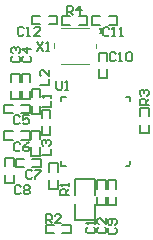
<source format=gto>
%FSLAX24Y24*%
%MOIN*%
G70*
G01*
G75*
G04 Layer_Color=65535*
%ADD10C,0.0080*%
%ADD11R,0.0200X0.0250*%
%ADD12R,0.0250X0.0200*%
%ADD13R,0.0472X0.0433*%
%ADD14R,0.0110X0.0354*%
%ADD15R,0.0354X0.0110*%
%ADD16R,0.0354X0.0110*%
%ADD17R,0.0591X0.0512*%
%ADD18C,0.0100*%
%ADD19C,0.0300*%
%ADD20C,0.0060*%
%ADD21R,0.0510X0.0300*%
%ADD22C,0.0320*%
%ADD23C,0.0050*%
%ADD24C,0.0043*%
D23*
X6580Y4980D02*
X6860Y4980D01*
X6580Y5820D02*
X6860Y5820D01*
X6860Y4980D02*
X6860Y5260D01*
X6580Y4980D02*
X6580Y5260D01*
X6580Y5540D02*
X6580Y5820D01*
X6860Y5540D02*
X6860Y5820D01*
X6230Y4980D02*
X6510Y4980D01*
X6230Y5820D02*
X6510Y5820D01*
X6510Y4980D02*
X6510Y5260D01*
X6230Y4980D02*
X6230Y5260D01*
X6230Y5540D02*
X6230Y5820D01*
X6510Y5540D02*
X6510Y5820D01*
X6280Y9230D02*
X6560Y9230D01*
X6280Y10070D02*
X6560Y10070D01*
X6560Y9230D02*
X6560Y9510D01*
X6280Y9230D02*
X6280Y9510D01*
X6280Y9790D02*
X6280Y10070D01*
X6560Y9790D02*
X6560Y10070D01*
X6050Y11000D02*
X6050Y11280D01*
X6890Y11000D02*
X6890Y11280D01*
X6050Y11000D02*
X6330Y11000D01*
X6050Y11280D02*
X6330Y11280D01*
X6610Y11280D02*
X6890Y11280D01*
X6610Y11000D02*
X6890Y11000D01*
X4890Y11010D02*
X4890Y11290D01*
X4050Y11010D02*
X4050Y11290D01*
X4610Y11290D02*
X4890Y11290D01*
X4610Y11010D02*
X4890Y11010D01*
X4050Y11010D02*
X4330Y11010D01*
X4050Y11290D02*
X4330Y11290D01*
X4500Y4050D02*
X4500Y4330D01*
X5340Y4050D02*
X5340Y4330D01*
X4500Y4050D02*
X4780Y4050D01*
X4500Y4330D02*
X4780Y4330D01*
X5060Y4330D02*
X5340Y4330D01*
X5060Y4050D02*
X5340Y4050D01*
X4630Y6380D02*
X4910Y6380D01*
X4630Y5540D02*
X4910Y5540D01*
X4630Y6100D02*
X4630Y6380D01*
X4910Y6100D02*
X4910Y6380D01*
X4910Y5540D02*
X4910Y5820D01*
X4630Y5540D02*
X4630Y5820D01*
X4340Y6260D02*
X4340Y6540D01*
X3500Y6260D02*
X3500Y6540D01*
X4060Y6540D02*
X4340Y6540D01*
X4060Y6260D02*
X4340Y6260D01*
X3500Y6260D02*
X3780Y6260D01*
X3500Y6540D02*
X3780Y6540D01*
X3160Y6560D02*
X3440Y6560D01*
X3160Y5720D02*
X3440Y5720D01*
X3160Y6280D02*
X3160Y6560D01*
X3440Y6280D02*
X3440Y6560D01*
X3440Y5720D02*
X3440Y6000D01*
X3160Y5720D02*
X3160Y6000D01*
X4030Y6630D02*
X4310Y6630D01*
X4030Y7470D02*
X4310Y7470D01*
X4310Y6630D02*
X4310Y6910D01*
X4030Y6630D02*
X4030Y6910D01*
X4030Y7190D02*
X4030Y7470D01*
X4310Y7190D02*
X4310Y7470D01*
X3700Y8520D02*
X3980Y8520D01*
X3700Y9360D02*
X3980Y9360D01*
X3980Y8520D02*
X3980Y8800D01*
X3700Y8520D02*
X3700Y8800D01*
X3700Y9080D02*
X3700Y9360D01*
X3980Y9080D02*
X3980Y9360D01*
X3360Y8520D02*
X3640Y8520D01*
X3360Y9360D02*
X3640Y9360D01*
X3640Y8520D02*
X3640Y8800D01*
X3360Y8520D02*
X3360Y8800D01*
X3360Y9080D02*
X3360Y9360D01*
X3640Y9080D02*
X3640Y9360D01*
X4040Y8860D02*
X4320Y8860D01*
X4040Y8020D02*
X4320Y8020D01*
X4040Y8580D02*
X4040Y8860D01*
X4320Y8580D02*
X4320Y8860D01*
X4320Y8020D02*
X4320Y8300D01*
X4040Y8020D02*
X4040Y8300D01*
X3130Y7170D02*
X3130Y7450D01*
X3970Y7170D02*
X3970Y7450D01*
X3130Y7170D02*
X3410Y7170D01*
X3130Y7450D02*
X3410Y7450D01*
X3690Y7450D02*
X3970Y7450D01*
X3690Y7170D02*
X3970Y7170D01*
X3970Y8050D02*
X3970Y8330D01*
X3130Y8050D02*
X3130Y8330D01*
X3690Y8330D02*
X3970Y8330D01*
X3690Y8050D02*
X3970Y8050D01*
X3130Y8050D02*
X3410Y8050D01*
X3130Y8330D02*
X3410Y8330D01*
X4380Y8170D02*
X4660Y8170D01*
X4380Y7330D02*
X4660Y7330D01*
X4380Y7890D02*
X4380Y8170D01*
X4660Y7890D02*
X4660Y8170D01*
X4660Y7330D02*
X4660Y7610D01*
X4380Y7330D02*
X4380Y7610D01*
X5890Y11000D02*
X5890Y11280D01*
X5050Y11000D02*
X5050Y11280D01*
X5610Y11280D02*
X5890Y11280D01*
X5610Y11000D02*
X5890Y11000D01*
X5050Y11000D02*
X5330Y11000D01*
X5050Y11280D02*
X5330Y11280D01*
X7660Y8230D02*
X7940Y8230D01*
X7660Y7390D02*
X7940Y7390D01*
X7660Y7950D02*
X7660Y8230D01*
X7940Y7950D02*
X7940Y8230D01*
X7940Y7390D02*
X7940Y7670D01*
X7660Y7390D02*
X7660Y7670D01*
X7177Y6293D02*
X7277Y6293D01*
X7327Y6343D02*
X7327Y6443D01*
X7277Y6293D02*
X7327Y6343D01*
X5023Y8457D02*
X5023Y8607D01*
X5173Y8607D01*
X5023Y6293D02*
X5173Y6293D01*
X5023Y6293D02*
X5023Y6443D01*
X7177Y8607D02*
X7327Y8607D01*
X7327Y8457D02*
X7327Y8607D01*
X5485Y4507D02*
X6155Y4507D01*
X6155Y5038D01*
X5485Y4507D02*
X5485Y5038D01*
X5485Y5845D02*
X6155Y5845D01*
X5485Y5314D02*
X5485Y5845D01*
X6155Y5314D02*
X6155Y5845D01*
X5910Y4250D02*
X5860Y4200D01*
X5860Y4100D01*
X5910Y4050D01*
X6110Y4050D01*
X6160Y4100D01*
X6160Y4200D01*
X6110Y4250D01*
X6160Y4350D02*
X6160Y4450D01*
X6160Y4400D01*
X5860Y4400D01*
X5910Y4350D01*
X6270Y4250D02*
X6220Y4200D01*
X6220Y4100D01*
X6270Y4050D01*
X6470Y4050D01*
X6520Y4100D01*
X6520Y4200D01*
X6470Y4250D01*
X6520Y4550D02*
X6520Y4350D01*
X6320Y4550D01*
X6270Y4550D01*
X6220Y4500D01*
X6220Y4400D01*
X6270Y4350D01*
X6630Y4240D02*
X6580Y4190D01*
X6580Y4090D01*
X6630Y4040D01*
X6830Y4040D01*
X6880Y4090D01*
X6880Y4190D01*
X6830Y4240D01*
X6830Y4340D02*
X6880Y4390D01*
X6880Y4490D01*
X6830Y4540D01*
X6630Y4540D01*
X6580Y4490D01*
X6580Y4390D01*
X6630Y4340D01*
X6680Y4340D01*
X6730Y4390D01*
X6730Y4540D01*
X3650Y7040D02*
X3600Y7090D01*
X3500Y7090D01*
X3450Y7040D01*
X3450Y6840D01*
X3500Y6790D01*
X3600Y6790D01*
X3650Y6840D01*
X3950Y7090D02*
X3850Y7040D01*
X3750Y6940D01*
X3750Y6840D01*
X3800Y6790D01*
X3900Y6790D01*
X3950Y6840D01*
X3950Y6890D01*
X3900Y6940D01*
X3750Y6940D01*
X4050Y6110D02*
X4000Y6160D01*
X3900Y6160D01*
X3850Y6110D01*
X3850Y5910D01*
X3900Y5860D01*
X4000Y5860D01*
X4050Y5910D01*
X4150Y6160D02*
X4350Y6160D01*
X4350Y6110D01*
X4150Y5910D01*
X4150Y5860D01*
X3640Y7940D02*
X3590Y7990D01*
X3490Y7990D01*
X3440Y7940D01*
X3440Y7740D01*
X3490Y7690D01*
X3590Y7690D01*
X3640Y7740D01*
X3940Y7990D02*
X3740Y7990D01*
X3740Y7840D01*
X3840Y7890D01*
X3890Y7890D01*
X3940Y7840D01*
X3940Y7740D01*
X3890Y7690D01*
X3790Y7690D01*
X3740Y7740D01*
X3410Y9950D02*
X3360Y9900D01*
X3360Y9800D01*
X3410Y9750D01*
X3610Y9750D01*
X3660Y9800D01*
X3660Y9900D01*
X3610Y9950D01*
X3410Y10050D02*
X3360Y10100D01*
X3360Y10200D01*
X3410Y10250D01*
X3460Y10250D01*
X3510Y10200D01*
X3510Y10150D01*
X3510Y10200D01*
X3560Y10250D01*
X3610Y10250D01*
X3660Y10200D01*
X3660Y10100D01*
X3610Y10050D01*
X3770Y9950D02*
X3720Y9900D01*
X3720Y9800D01*
X3770Y9750D01*
X3970Y9750D01*
X4020Y9800D01*
X4020Y9900D01*
X3970Y9950D01*
X4020Y10200D02*
X3720Y10200D01*
X3870Y10050D01*
X3870Y10250D01*
X6840Y10030D02*
X6790Y10080D01*
X6690Y10080D01*
X6640Y10030D01*
X6640Y9830D01*
X6690Y9780D01*
X6790Y9780D01*
X6840Y9830D01*
X6940Y9780D02*
X7040Y9780D01*
X6990Y9780D01*
X6990Y10080D01*
X6940Y10030D01*
X7190Y10030D02*
X7240Y10080D01*
X7340Y10080D01*
X7390Y10030D01*
X7390Y9830D01*
X7340Y9780D01*
X7240Y9780D01*
X7190Y9830D01*
X7190Y10030D01*
X6630Y10870D02*
X6580Y10920D01*
X6480Y10920D01*
X6430Y10870D01*
X6430Y10670D01*
X6480Y10620D01*
X6580Y10620D01*
X6630Y10670D01*
X6730Y10620D02*
X6830Y10620D01*
X6780Y10620D01*
X6780Y10920D01*
X6730Y10870D01*
X6980Y10620D02*
X7080Y10620D01*
X7030Y10620D01*
X7030Y10920D01*
X6980Y10870D01*
X3780Y10890D02*
X3730Y10940D01*
X3630Y10940D01*
X3580Y10890D01*
X3580Y10690D01*
X3630Y10640D01*
X3730Y10640D01*
X3780Y10690D01*
X3880Y10640D02*
X3980Y10640D01*
X3930Y10640D01*
X3930Y10940D01*
X3880Y10890D01*
X4330Y10640D02*
X4130Y10640D01*
X4330Y10840D01*
X4330Y10890D01*
X4280Y10940D01*
X4180Y10940D01*
X4130Y10890D01*
X3680Y5600D02*
X3630Y5650D01*
X3530Y5650D01*
X3480Y5600D01*
X3480Y5400D01*
X3530Y5350D01*
X3630Y5350D01*
X3680Y5400D01*
X3780Y5600D02*
X3830Y5650D01*
X3930Y5650D01*
X3980Y5600D01*
X3980Y5550D01*
X3930Y5500D01*
X3980Y5450D01*
X3980Y5400D01*
X3930Y5350D01*
X3830Y5350D01*
X3780Y5400D01*
X3780Y5450D01*
X3830Y5500D01*
X3780Y5550D01*
X3780Y5600D01*
X3830Y5500D02*
X3930Y5500D01*
X4380Y6660D02*
X4680Y6660D01*
X4680Y6860D01*
X4430Y6960D02*
X4380Y7010D01*
X4380Y7110D01*
X4430Y7160D01*
X4480Y7160D01*
X4530Y7110D01*
X4530Y7060D01*
X4530Y7110D01*
X4580Y7160D01*
X4630Y7160D01*
X4680Y7110D01*
X4680Y7010D01*
X4630Y6960D01*
X4390Y8260D02*
X4690Y8260D01*
X4690Y8460D01*
X4690Y8560D02*
X4690Y8660D01*
X4690Y8610D01*
X4390Y8610D01*
X4440Y8560D01*
X4300Y8990D02*
X4600Y8990D01*
X4600Y9190D01*
X4600Y9490D02*
X4600Y9290D01*
X4400Y9490D01*
X4350Y9490D01*
X4300Y9440D01*
X4300Y9340D01*
X4350Y9290D01*
X4510Y4390D02*
X4510Y4690D01*
X4660Y4690D01*
X4710Y4640D01*
X4710Y4540D01*
X4660Y4490D01*
X4510Y4490D01*
X4610Y4490D02*
X4710Y4390D01*
X5010Y4390D02*
X4810Y4390D01*
X5010Y4590D01*
X5010Y4640D01*
X4960Y4690D01*
X4860Y4690D01*
X4810Y4640D01*
X5290Y5320D02*
X4990Y5320D01*
X4990Y5470D01*
X5040Y5520D01*
X5140Y5520D01*
X5190Y5470D01*
X5190Y5320D01*
X5190Y5420D02*
X5290Y5520D01*
X5290Y5620D02*
X5290Y5720D01*
X5290Y5670D01*
X4990Y5670D01*
X5040Y5620D01*
X5210Y11330D02*
X5210Y11630D01*
X5360Y11630D01*
X5410Y11580D01*
X5410Y11480D01*
X5360Y11430D01*
X5210Y11430D01*
X5310Y11430D02*
X5410Y11330D01*
X5660Y11330D02*
X5660Y11630D01*
X5510Y11480D01*
X5710Y11480D01*
X4860Y9130D02*
X4860Y8880D01*
X4910Y8830D01*
X5010Y8830D01*
X5060Y8880D01*
X5060Y9130D01*
X5160Y8830D02*
X5260Y8830D01*
X5210Y8830D01*
X5210Y9130D01*
X5160Y9080D01*
X4220Y10430D02*
X4420Y10130D01*
X4420Y10430D02*
X4220Y10130D01*
X4520Y10130D02*
X4620Y10130D01*
X4570Y10130D01*
X4570Y10430D01*
X4520Y10380D01*
X7940Y8340D02*
X7640Y8340D01*
X7640Y8490D01*
X7690Y8540D01*
X7790Y8540D01*
X7840Y8490D01*
X7840Y8340D01*
X7840Y8440D02*
X7940Y8540D01*
X7690Y8640D02*
X7640Y8690D01*
X7640Y8790D01*
X7690Y8840D01*
X7740Y8840D01*
X7790Y8790D01*
X7790Y8740D01*
X7790Y8790D01*
X7840Y8840D01*
X7890Y8840D01*
X7940Y8790D01*
X7940Y8690D01*
X7890Y8640D01*
X6310Y10730D02*
X6360Y10730D01*
X6335Y10730D01*
X6335Y10880D01*
X6310Y10855D01*
D24*
X6180Y10221D02*
X6180Y10358D01*
X5000Y10891D02*
X5950Y10891D01*
X4770Y10235D02*
X4770Y10381D01*
X5000Y9701D02*
X5950Y9701D01*
M02*

</source>
